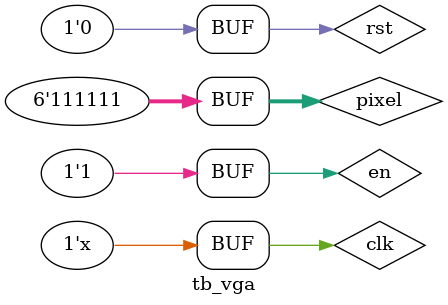
<source format=v>
`timescale 1ns / 1ps

module tb_vga;

	// Inputs
	reg clk;
	reg rst;
	reg en;
	reg [5:0] pixel;

	// Outputs
	wire [1:0] red;
	wire [1:0] green;
	wire [1:0] blue;
	wire hsync;
	wire vsync;
	wire [10:0] nextH;
	wire [9:0] nextV;
	wire nextActive;

	// Instantiate the Unit Under Test (UUT)
	vga uut (
		.clk(clk), 
		.rst(rst), 
		.en(en), 
		.red(red), 
		.green(green), 
		.blue(blue), 
		.hsync(hsync), 
		.vsync(vsync), 
		.nextH(nextH), 
		.nextV(nextV), 
		.nextActive(nextActive), 
		.pixel(pixel)
	);

	initial begin
		// Initialize Inputs
		clk = 0;
		rst = 1;
		en = 0;
		pixel = 0;

		// Wait 100 ns for global reset to finish
		#100;
      rst=0;
      en = 1;
      pixel = 6'b111111;
        
		// Add stimulus here

	end
   
   always #1 begin
      clk = ~clk;
   end
      
endmodule


</source>
